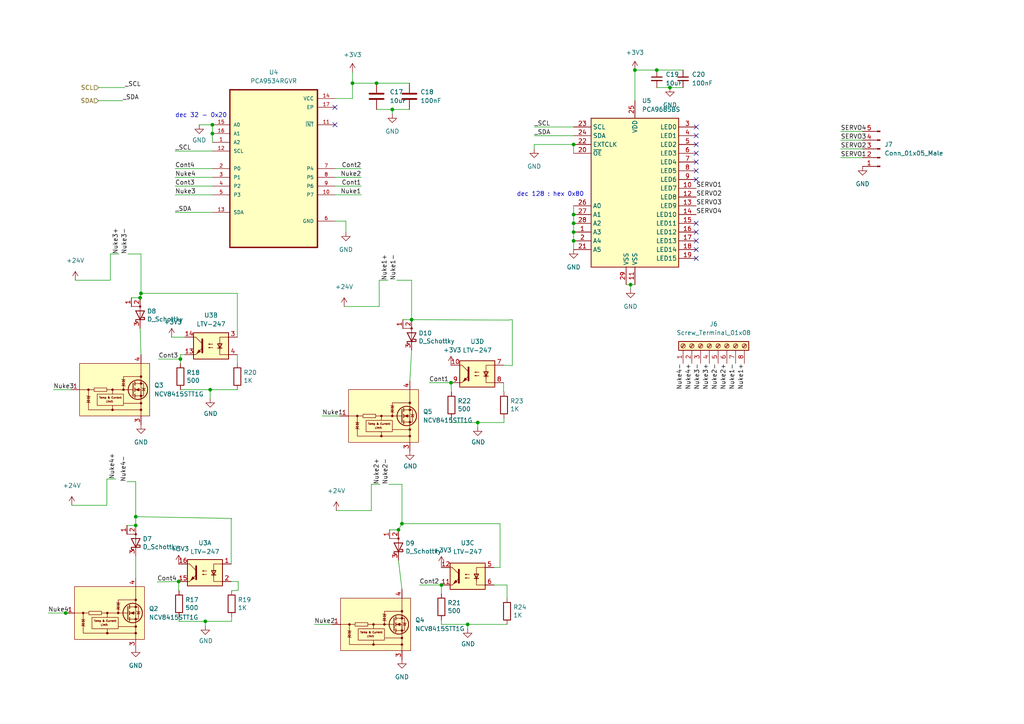
<source format=kicad_sch>
(kicad_sch (version 20230121) (generator eeschema)
  (paper "A4")
  (lib_symbols
    (symbol "Connector:Conn_01x05_Male" (pin_names (offset 1.016) hide)
      (property "Reference" "J" (at 0 7.62 0))
      (property "Value" "Conn_01x05_Male" (at 0 -7.62 0))
      (symbol "Conn_01x05_Male_1_1"
        (polyline (pts (xy 1.27 -5.08) (xy 0.8636 -5.08)) (stroke (width 0.1524)))
        (polyline (pts (xy 1.27 -2.54) (xy 0.8636 -2.54)) (stroke (width 0.1524)))
        (polyline (pts (xy 1.27 0) (xy 0.8636 0)) (stroke (width 0.1524)))
        (polyline (pts (xy 1.27 2.54) (xy 0.8636 2.54)) (stroke (width 0.1524)))
        (polyline (pts (xy 1.27 5.08) (xy 0.8636 5.08)) (stroke (width 0.1524)))
        (rectangle (start 0.8636 -4.953) (end 0 -5.207) (stroke (width 0.1524)) (fill (type outline)))
        (rectangle (start 0.8636 -2.413) (end 0 -2.667) (stroke (width 0.1524)) (fill (type outline)))
        (rectangle (start 0.8636 0.127) (end 0 -0.127) (stroke (width 0.1524)) (fill (type outline)))
        (rectangle (start 0.8636 2.667) (end 0 2.413) (stroke (width 0.1524)) (fill (type outline)))
        (rectangle (start 0.8636 5.207) (end 0 4.953) (stroke (width 0.1524)) (fill (type outline)))
        (pin passive line (at 5.08 5.08 180) (length 3.81) (name "Pin_1") (number "1"))
        (pin passive line (at 5.08 2.54 180) (length 3.81) (name "Pin_2") (number "2"))
        (pin passive line (at 5.08 0 180) (length 3.81) (name "Pin_3") (number "3"))
        (pin passive line (at 5.08 -2.54 180) (length 3.81) (name "Pin_4") (number "4"))
        (pin passive line (at 5.08 -5.08 180) (length 3.81) (name "Pin_5") (number "5"))
      )
    )
    (symbol "Connector:Screw_Terminal_01x08" (pin_names (offset 1.016) hide)
      (property "Reference" "J" (at 0 10.16 0))
      (property "Value" "Screw_Terminal_01x08" (at 0 -12.7 0))
      (symbol "Screw_Terminal_01x08_1_1"
        (rectangle (start -1.27 8.89) (end 1.27 -11.43) (stroke (width 0.254)) (fill (type background)))
        (circle (center 0 -10.16) (radius 0.635) (stroke (width 0.1524)))
        (circle (center 0 -7.62) (radius 0.635) (stroke (width 0.1524)))
        (circle (center 0 -5.08) (radius 0.635) (stroke (width 0.1524)))
        (circle (center 0 -2.54) (radius 0.635) (stroke (width 0.1524)))
        (polyline (pts (xy -0.5334 -9.8298) (xy 0.3302 -10.668)) (stroke (width 0.1524)))
        (polyline (pts (xy -0.5334 -7.2898) (xy 0.3302 -8.128)) (stroke (width 0.1524)))
        (polyline (pts (xy -0.5334 -4.7498) (xy 0.3302 -5.588)) (stroke (width 0.1524)))
        (polyline (pts (xy -0.5334 -2.2098) (xy 0.3302 -3.048)) (stroke (width 0.1524)))
        (polyline (pts (xy -0.5334 0.3302) (xy 0.3302 -0.508)) (stroke (width 0.1524)))
        (polyline (pts (xy -0.5334 2.8702) (xy 0.3302 2.032)) (stroke (width 0.1524)))
        (polyline (pts (xy -0.5334 5.4102) (xy 0.3302 4.572)) (stroke (width 0.1524)))
        (polyline (pts (xy -0.5334 7.9502) (xy 0.3302 7.112)) (stroke (width 0.1524)))
        (polyline (pts (xy -0.3556 -9.652) (xy 0.508 -10.4902)) (stroke (width 0.1524)))
        (polyline (pts (xy -0.3556 -7.112) (xy 0.508 -7.9502)) (stroke (width 0.1524)))
        (polyline (pts (xy -0.3556 -4.572) (xy 0.508 -5.4102)) (stroke (width 0.1524)))
        (polyline (pts (xy -0.3556 -2.032) (xy 0.508 -2.8702)) (stroke (width 0.1524)))
        (polyline (pts (xy -0.3556 0.508) (xy 0.508 -0.3302)) (stroke (width 0.1524)))
        (polyline (pts (xy -0.3556 3.048) (xy 0.508 2.2098)) (stroke (width 0.1524)))
        (polyline (pts (xy -0.3556 5.588) (xy 0.508 4.7498)) (stroke (width 0.1524)))
        (polyline (pts (xy -0.3556 8.128) (xy 0.508 7.2898)) (stroke (width 0.1524)))
        (circle (center 0 0) (radius 0.635) (stroke (width 0.1524)))
        (circle (center 0 2.54) (radius 0.635) (stroke (width 0.1524)))
        (circle (center 0 5.08) (radius 0.635) (stroke (width 0.1524)))
        (circle (center 0 7.62) (radius 0.635) (stroke (width 0.1524)))
        (pin passive line (at -5.08 7.62 0) (length 3.81) (name "Pin_1") (number "1"))
        (pin passive line (at -5.08 5.08 0) (length 3.81) (name "Pin_2") (number "2"))
        (pin passive line (at -5.08 2.54 0) (length 3.81) (name "Pin_3") (number "3"))
        (pin passive line (at -5.08 0 0) (length 3.81) (name "Pin_4") (number "4"))
        (pin passive line (at -5.08 -2.54 0) (length 3.81) (name "Pin_5") (number "5"))
        (pin passive line (at -5.08 -5.08 0) (length 3.81) (name "Pin_6") (number "6"))
        (pin passive line (at -5.08 -7.62 0) (length 3.81) (name "Pin_7") (number "7"))
        (pin passive line (at -5.08 -10.16 0) (length 3.81) (name "Pin_8") (number "8"))
      )
    )
    (symbol "Device:C" (pin_numbers hide) (pin_names (offset 0.254))
      (property "Reference" "C" (at 0.635 2.54 0))
      (property "Value" "C" (at 0.635 -2.54 0))
      (symbol "C_0_1"
        (polyline (pts (xy -2.032 -0.762) (xy 2.032 -0.762)) (stroke (width 0.508)))
        (polyline (pts (xy -2.032 0.762) (xy 2.032 0.762)) (stroke (width 0.508)))
      )
      (symbol "C_1_1"
        (pin passive line (at 0 3.81 270) (length 2.794) (name "~") (number "1"))
        (pin passive line (at 0 -3.81 90) (length 2.794) (name "~") (number "2"))
      )
    )
    (symbol "Device:C_Small" (pin_numbers hide) (pin_names (offset 0.254) hide)
      (property "Reference" "C" (at 0.254 1.778 0))
      (property "Value" "C_Small" (at 0.254 -2.032 0))
      (symbol "C_Small_0_1"
        (polyline (pts (xy -1.524 -0.508) (xy 1.524 -0.508)) (stroke (width 0.3302)))
        (polyline (pts (xy -1.524 0.508) (xy 1.524 0.508)) (stroke (width 0.3048)))
      )
      (symbol "C_Small_1_1"
        (pin passive line (at 0 2.54 270) (length 2.032) (name "~") (number "1"))
        (pin passive line (at 0 -2.54 90) (length 2.032) (name "~") (number "2"))
      )
    )
    (symbol "Device:D_Schottky_AAK" (pin_names (offset 0) hide)
      (property "Reference" "D" (at 0 2.54 0))
      (property "Value" "D_Schottky_AAK" (at 0 -2.54 0))
      (symbol "D_Schottky_AAK_0_1"
        (polyline (pts (xy 1.27 1.27) (xy 1.27 -1.27) (xy -1.27 0) (xy 1.27 1.27)) (stroke (width 0.254)))
        (polyline (pts (xy 3.81 2.54) (xy 2.54 2.54) (xy 2.54 0) (xy -1.27 0)))
        (polyline (pts (xy -1.905 0.635) (xy -1.905 1.27) (xy -1.27 1.27) (xy -1.27 -1.27) (xy -0.635 -1.27) (xy -0.635 -0.635)) (stroke (width 0.254)))
        (circle (center 2.54 0) (radius 0.254) (fill (type outline)))
      )
      (symbol "D_Schottky_AAK_1_1"
        (pin passive line (at 5.08 2.54 180) (length 2.54) (name "A") (number "1"))
        (pin passive line (at 5.08 0 180) (length 2.54) (name "A") (number "2"))
        (pin passive line (at -3.81 0 0) (length 2.54) (name "K") (number "3"))
      )
    )
    (symbol "Device:R" (pin_numbers hide) (pin_names (offset 0))
      (property "Reference" "R" (at 2.032 0 90))
      (property "Value" "R" (at 0 0 90))
      (symbol "R_0_1"
        (rectangle (start -1.016 -2.54) (end 1.016 2.54) (stroke (width 0.254)))
      )
      (symbol "R_1_1"
        (pin passive line (at 0 3.81 270) (length 1.27) (name "~") (number "1"))
        (pin passive line (at 0 -3.81 90) (length 1.27) (name "~") (number "2"))
      )
    )
    (symbol "Driver_FET:NCV8402xST" (pin_names (offset 0) hide)
      (property "Reference" "Q" (at 5.08 8.89 0))
      (property "Value" "NCV8402xST" (at -11.43 8.89 0))
      (symbol "NCV8402xST_0_0"
        (rectangle (start -10.16 7.62) (end 10.16 -7.62) (fill (type background)))
        (rectangle (start -5.969 0.508) (end -2.286 -0.508))
        (polyline (pts (xy 7.62 2.54) (xy 7.62 -7.62)))
        (polyline (pts (xy 7.62 2.54) (xy 7.62 7.62)))
        (polyline (pts (xy -0.635 -1.27) (xy -0.635 -0.635) (xy -0.635 0)))
        (polyline (pts (xy 2.54 0) (xy -2.286 0) (xy -0.889 0)))
        (polyline (pts (xy 2.54 0) (xy 2.54 3.81) (xy 7.62 3.81)))
        (polyline (pts (xy 7.62 -5.842) (xy -0.635 -5.842) (xy -0.635 -4.572)))
        (polyline (pts (xy -0.635 -5.842) (xy -7.62 -5.842) (xy -7.62 0) (xy -6.096 0)))
        (text "Limit" (at -1.524 -3.429 0) (effects (font (size 0.5334 0.5334))))
        (text "Temp & Current" (at -1.27 -2.286 0) (effects (font (size 0.5334 0.5334))))
      )
      (symbol "NCV8402xST_0_1"
        (rectangle (start -5.08 -1.27) (end 2.54 -4.572))
        (polyline (pts (xy -7.62 0) (xy -10.16 0)))
        (polyline (pts (xy 7.62 -3.937) (xy 2.667 -3.937)))
      )
      (symbol "NCV8402xST_1_1"
        (circle (center -7.62 0) (radius 0.2794) (fill (type outline)))
        (circle (center -0.635 -5.842) (radius 0.2794) (fill (type outline)))
        (circle (center -0.635 0) (radius 0.2794) (fill (type outline)))
        (polyline (pts (xy 2.54 0) (xy 5.334 0)))
        (polyline (pts (xy 5.842 -1.778) (xy 7.62 -1.778)))
        (polyline (pts (xy 5.842 -1.27) (xy 5.842 -2.286)) (stroke (width 0.254)))
        (polyline (pts (xy 5.842 0) (xy 7.62 0)))
        (polyline (pts (xy 5.842 0.508) (xy 5.842 -0.508)) (stroke (width 0.254)))
        (polyline (pts (xy 5.842 1.778) (xy 7.62 1.778)))
        (polyline (pts (xy 5.842 2.286) (xy 5.842 1.27)) (stroke (width 0.254)))
        (polyline (pts (xy 7.62 -1.778) (xy 7.62 -2.54)))
        (polyline (pts (xy 7.62 -1.778) (xy 7.62 0)))
        (polyline (pts (xy 7.62 2.54) (xy 7.62 1.778)))
        (polyline (pts (xy 5.334 1.905) (xy 5.334 -1.905) (xy 5.334 -1.905)) (stroke (width 0.254)))
        (polyline (pts (xy -8.128 -1.778) (xy -8.001 -1.905) (xy -7.239 -1.905) (xy -7.112 -2.032)))
        (polyline (pts (xy -7.62 -3.683) (xy -7.239 -3.048) (xy -8.001 -3.048) (xy -7.62 -3.683)))
        (polyline (pts (xy -7.62 -1.905) (xy -8.001 -2.54) (xy -7.239 -2.54) (xy -7.62 -1.905)))
        (polyline (pts (xy -7.112 -3.81) (xy -7.239 -3.683) (xy -8.001 -3.683) (xy -8.128 -3.556)))
        (polyline (pts (xy 2.032 3.048) (xy 2.159 2.921) (xy 2.921 2.921) (xy 3.048 2.794)))
        (polyline (pts (xy 2.54 1.143) (xy 2.921 1.778) (xy 2.159 1.778) (xy 2.54 1.143)))
        (polyline (pts (xy 2.54 2.921) (xy 2.159 2.286) (xy 2.921 2.286) (xy 2.54 2.921)))
        (polyline (pts (xy 3.048 1.016) (xy 2.921 1.143) (xy 2.159 1.143) (xy 2.032 1.27)))
        (polyline (pts (xy 6.096 0) (xy 7.112 0.381) (xy 7.112 -0.381) (xy 6.096 0)) (fill (type outline)))
        (polyline (pts (xy 7.62 -1.778) (xy 8.382 -1.778) (xy 8.382 1.778) (xy 7.62 1.778)))
        (polyline (pts (xy 7.874 0.508) (xy 8.001 0.381) (xy 8.763 0.381) (xy 8.89 0.254)))
        (polyline (pts (xy 8.382 0.381) (xy 8.001 -0.254) (xy 8.763 -0.254) (xy 8.382 0.381)))
        (circle (center 2.54 0) (radius 0.2794) (fill (type outline)))
        (circle (center 6.731 0) (radius 2.8194) (stroke (width 0.254)))
        (circle (center 7.62 -5.842) (radius 0.2794) (fill (type outline)))
        (circle (center 7.62 -3.937) (radius 0.2794) (fill (type outline)))
        (circle (center 7.62 -1.778) (radius 0.2794) (fill (type outline)))
        (circle (center 7.62 1.778) (radius 0.2794) (fill (type outline)))
        (circle (center 7.62 3.81) (radius 0.2794) (fill (type outline)))
        (pin input line (at -12.7 0 0) (length 2.54) (name "G") (number "1"))
        (pin passive line (at 7.62 10.16 270) (length 2.54) hide (name "D") (number "2"))
        (pin passive line (at 7.62 -10.16 90) (length 2.54) (name "S") (number "3"))
        (pin passive line (at 7.62 10.16 270) (length 2.54) (name "D") (number "4"))
      )
    )
    (symbol "Driver_LED:PCA9685BS"
      (property "Reference" "U" (at -12.7 22.225 0))
      (property "Value" "PCA9685BS" (at 1.27 22.225 0))
      (symbol "PCA9685BS_0_1"
        (rectangle (start -12.7 20.32) (end 12.7 -22.86) (stroke (width 0.254)) (fill (type background)))
      )
      (symbol "PCA9685BS_1_1"
        (pin input line (at -17.78 -12.7 0) (length 5.08) (name "A3") (number "1"))
        (pin output line (at 17.78 0 180) (length 5.08) (name "LED7") (number "10"))
        (pin power_in line (at 0 -27.94 90) (length 5.08) (name "VSS") (number "11"))
        (pin output line (at 17.78 -2.54 180) (length 5.08) (name "LED8") (number "12"))
        (pin output line (at 17.78 -5.08 180) (length 5.08) (name "LED9") (number "13"))
        (pin output line (at 17.78 -7.62 180) (length 5.08) (name "LED10") (number "14"))
        (pin output line (at 17.78 -10.16 180) (length 5.08) (name "LED11") (number "15"))
        (pin output line (at 17.78 -12.7 180) (length 5.08) (name "LED12") (number "16"))
        (pin output line (at 17.78 -15.24 180) (length 5.08) (name "LED13") (number "17"))
        (pin output line (at 17.78 -17.78 180) (length 5.08) (name "LED14") (number "18"))
        (pin output line (at 17.78 -20.32 180) (length 5.08) (name "LED15") (number "19"))
        (pin input line (at -17.78 -15.24 0) (length 5.08) (name "A4") (number "2"))
        (pin input line (at -17.78 10.16 0) (length 5.08) (name "~{OE}") (number "20"))
        (pin input line (at -17.78 -17.78 0) (length 5.08) (name "A5") (number "21"))
        (pin input line (at -17.78 12.7 0) (length 5.08) (name "EXTCLK") (number "22"))
        (pin input line (at -17.78 17.78 0) (length 5.08) (name "SCL") (number "23"))
        (pin bidirectional line (at -17.78 15.24 0) (length 5.08) (name "SDA") (number "24"))
        (pin power_in line (at 0 25.4 270) (length 5.08) (name "VDD") (number "25"))
        (pin input line (at -17.78 -5.08 0) (length 5.08) (name "A0") (number "26"))
        (pin input line (at -17.78 -7.62 0) (length 5.08) (name "A1") (number "27"))
        (pin input line (at -17.78 -10.16 0) (length 5.08) (name "A2") (number "28"))
        (pin power_in line (at -2.54 -27.94 90) (length 5.08) (name "VSS") (number "29"))
        (pin output line (at 17.78 17.78 180) (length 5.08) (name "LED0") (number "3"))
        (pin output line (at 17.78 15.24 180) (length 5.08) (name "LED1") (number "4"))
        (pin output line (at 17.78 12.7 180) (length 5.08) (name "LED2") (number "5"))
        (pin output line (at 17.78 10.16 180) (length 5.08) (name "LED3") (number "6"))
        (pin output line (at 17.78 7.62 180) (length 5.08) (name "LED4") (number "7"))
        (pin output line (at 17.78 5.08 180) (length 5.08) (name "LED5") (number "8"))
        (pin output line (at 17.78 2.54 180) (length 5.08) (name "LED6") (number "9"))
      )
    )
    (symbol "Isolator:LTV-247"
      (property "Reference" "U" (at -5.08 5.08 0))
      (property "Value" "LTV-247" (at 0 5.08 0))
      (symbol "LTV-247_0_1"
        (rectangle (start -5.08 3.81) (end 5.08 -3.81) (stroke (width 0.254)) (fill (type background)))
        (polyline (pts (xy -3.175 -0.635) (xy -1.905 -0.635)) (stroke (width 0.254)))
        (polyline (pts (xy 2.54 0.635) (xy 4.445 2.54)))
        (polyline (pts (xy 4.445 -2.54) (xy 2.54 -0.635)) (fill (type outline)))
        (polyline (pts (xy 4.445 -2.54) (xy 5.08 -2.54)))
        (polyline (pts (xy 4.445 2.54) (xy 5.08 2.54)))
        (polyline (pts (xy -2.54 -0.635) (xy -2.54 -2.54) (xy -5.08 -2.54)))
        (polyline (pts (xy 2.54 1.905) (xy 2.54 -1.905) (xy 2.54 -1.905)) (stroke (width 0.508)))
        (polyline (pts (xy -5.08 2.54) (xy -2.54 2.54) (xy -2.54 -1.27) (xy -2.54 0.635)))
        (polyline (pts (xy -2.54 -0.635) (xy -3.175 0.635) (xy -1.905 0.635) (xy -2.54 -0.635)) (stroke (width 0.254)))
        (polyline (pts (xy -0.508 -0.508) (xy 0.762 -0.508) (xy 0.381 -0.635) (xy 0.381 -0.381) (xy 0.762 -0.508)))
        (polyline (pts (xy -0.508 0.508) (xy 0.762 0.508) (xy 0.381 0.381) (xy 0.381 0.635) (xy 0.762 0.508)))
        (polyline (pts (xy 3.048 -1.651) (xy 3.556 -1.143) (xy 4.064 -2.159) (xy 3.048 -1.651) (xy 3.048 -1.651)) (fill (type outline)))
      )
      (symbol "LTV-247_1_1"
        (pin passive line (at -7.62 2.54 0) (length 2.54) (name "~") (number "1"))
        (pin passive line (at 7.62 -2.54 180) (length 2.54) (name "~") (number "15"))
        (pin passive line (at 7.62 2.54 180) (length 2.54) (name "~") (number "16"))
        (pin passive line (at -7.62 -2.54 0) (length 2.54) (name "~") (number "2"))
      )
      (symbol "LTV-247_2_1"
        (pin passive line (at 7.62 -2.54 180) (length 2.54) (name "~") (number "13"))
        (pin passive line (at 7.62 2.54 180) (length 2.54) (name "~") (number "14"))
        (pin passive line (at -7.62 2.54 0) (length 2.54) (name "~") (number "3"))
        (pin passive line (at -7.62 -2.54 0) (length 2.54) (name "~") (number "4"))
      )
      (symbol "LTV-247_3_1"
        (pin passive line (at 7.62 -2.54 180) (length 2.54) (name "~") (number "11"))
        (pin passive line (at 7.62 2.54 180) (length 2.54) (name "~") (number "12"))
        (pin passive line (at -7.62 2.54 0) (length 2.54) (name "~") (number "5"))
        (pin passive line (at -7.62 -2.54 0) (length 2.54) (name "~") (number "6"))
      )
      (symbol "LTV-247_4_1"
        (pin passive line (at 7.62 2.54 180) (length 2.54) (name "~") (number "10"))
        (pin passive line (at -7.62 2.54 0) (length 2.54) (name "~") (number "7"))
        (pin passive line (at -7.62 -2.54 0) (length 2.54) (name "~") (number "8"))
        (pin passive line (at 7.62 -2.54 180) (length 2.54) (name "~") (number "9"))
      )
    )
    (symbol "iclr:PCA9534RGVR" (pin_names (offset 1.016))
      (property "Reference" "U" (at -12.7 23.8506 0))
      (property "Value" "PCA9534RGVR" (at -12.7 -26.8478 0))
      (symbol "PCA9534RGVR_0_0"
        (rectangle (start -12.7 -22.86) (end 12.7 22.86) (stroke (width 0.4064)) (fill (type background)))
        (pin input line (at -17.78 7.62 0) (length 5.08) (name "A2") (number "1"))
        (pin bidirectional line (at 17.78 -7.62 180) (length 5.08) (name "P7") (number "10"))
        (pin output line (at 17.78 12.7 180) (length 5.08) (name "~{INT}") (number "11"))
        (pin input line (at -17.78 5.08 0) (length 5.08) (name "SCL") (number "12"))
        (pin bidirectional line (at -17.78 -12.7 0) (length 5.08) (name "SDA") (number "13"))
        (pin power_in line (at 17.78 20.32 180) (length 5.08) (name "VCC") (number "14"))
        (pin input line (at -17.78 12.7 0) (length 5.08) (name "A0") (number "15"))
        (pin input line (at -17.78 10.16 0) (length 5.08) (name "A1") (number "16"))
        (pin power_in line (at 17.78 17.78 180) (length 5.08) (name "EP") (number "17"))
        (pin bidirectional line (at -17.78 0 0) (length 5.08) (name "P0") (number "2"))
        (pin bidirectional line (at -17.78 -2.54 0) (length 5.08) (name "P1") (number "3"))
        (pin bidirectional line (at -17.78 -5.08 0) (length 5.08) (name "P2") (number "4"))
        (pin bidirectional line (at -17.78 -7.62 0) (length 5.08) (name "P3") (number "5"))
        (pin power_in line (at 17.78 -15.24 180) (length 5.08) (name "GND") (number "6"))
        (pin bidirectional line (at 17.78 0 180) (length 5.08) (name "P4") (number "7"))
        (pin bidirectional line (at 17.78 -2.54 180) (length 5.08) (name "P5") (number "8"))
        (pin bidirectional line (at 17.78 -5.08 180) (length 5.08) (name "P6") (number "9"))
      )
    )
    (symbol "power:+24V" (power) (pin_names (offset 0))
      (property "Value" "+24V" (at 0 3.556 0))
      (symbol "+24V_0_1"
        (polyline (pts (xy -0.762 1.27) (xy 0 2.54)))
        (polyline (pts (xy 0 0) (xy 0 2.54)))
        (polyline (pts (xy 0 2.54) (xy 0.762 1.27)))
      )
      (symbol "+24V_1_1"
        (pin power_in line (at 0 0 90) (length 0) hide (name "+24V") (number "1"))
      )
    )
    (symbol "power:+3.3V" (power) (pin_names (offset 0))
      (property "Value" "+3.3V" (at 0 3.556 0))
      (symbol "+3.3V_0_1"
        (polyline (pts (xy -0.762 1.27) (xy 0 2.54)))
        (polyline (pts (xy 0 0) (xy 0 2.54)))
        (polyline (pts (xy 0 2.54) (xy 0.762 1.27)))
      )
      (symbol "+3.3V_1_1"
        (pin power_in line (at 0 0 90) (length 0) hide (name "+3V3") (number "1"))
      )
    )
    (symbol "power:+3V3" (power) (pin_names (offset 0))
      (property "Value" "+3V3" (at 0 3.556 0))
      (symbol "+3V3_0_1"
        (polyline (pts (xy -0.762 1.27) (xy 0 2.54)))
        (polyline (pts (xy 0 0) (xy 0 2.54)))
        (polyline (pts (xy 0 2.54) (xy 0.762 1.27)))
      )
      (symbol "+3V3_1_1"
        (pin power_in line (at 0 0 90) (length 0) hide (name "+3V3") (number "1"))
      )
    )
    (symbol "power:GND" (power) (pin_names (offset 0))
      (property "Value" "GND" (at 0 -3.81 0))
      (symbol "GND_0_1"
        (polyline (pts (xy 0 0) (xy 0 -1.27) (xy 1.27 -1.27) (xy 0 -2.54) (xy -1.27 -1.27) (xy 0 -1.27)))
      )
      (symbol "GND_1_1"
        (pin power_in line (at 0 0 270) (length 0) hide (name "GND") (number "1"))
      )
    )
  )
  (junction (at 61.595 36.195))
  (junction (at 116.586 151.892))
  (junction (at 115.57 153.67))
  (junction (at 130.81 110.998))
  (junction (at 40.64 86.36))
  (junction (at 182.88 82.55))
  (junction (at 113.792 31.75))
  (junction (at 166.37 62.23))
  (junction (at 59.563 180.213))
  (junction (at 166.37 41.91))
  (junction (at 119.38 92.71))
  (junction (at 52.324 104.14))
  (junction (at 135.636 181.102))
  (junction (at 39.37 152.4))
  (junction (at 109.22 24.13))
  (junction (at 51.816 168.656))
  (junction (at 60.96 113.03))
  (junction (at 184.15 20.32))
  (junction (at 39.37 149.86))
  (junction (at 166.37 67.31))
  (junction (at 194.31 25.4))
  (junction (at 102.235 24.13))
  (junction (at 61.595 38.735))
  (junction (at 166.37 69.85))
  (junction (at 19.05 177.8))
  (junction (at 138.557 122.555))
  (junction (at 166.37 64.77))
  (junction (at 190.5 20.32))
  (junction (at 128.016 169.672))
  (junction (at 40.894 85.09))
  (no_connect (at 201.93 74.93))
  (no_connect (at 97.155 31.115))
  (no_connect (at 201.93 39.37))
  (no_connect (at 201.93 52.07))
  (no_connect (at 97.155 36.195))
  (no_connect (at 201.93 49.53))
  (no_connect (at 201.93 67.31))
  (no_connect (at 201.93 36.83))
  (no_connect (at 201.93 44.45))
  (no_connect (at 201.93 46.99))
  (no_connect (at 201.93 64.77))
  (no_connect (at 201.93 69.85))
  (no_connect (at 201.93 41.91))
  (no_connect (at 201.93 72.39))
  (wire (pts (xy 107.696 140.462) (xy 107.696 148.082)))
  (wire (pts (xy 97.155 56.515) (xy 104.775 56.515)))
  (wire (pts (xy 109.22 31.75) (xy 113.792 31.75)))
  (wire (pts (xy 116.586 140.462) (xy 112.776 140.462)))
  (wire (pts (xy 34.544 73.66) (xy 32.004 73.66)))
  (wire (pts (xy 130.81 110.998) (xy 124.46 110.998)))
  (wire (pts (xy 135.636 181.102) (xy 135.636 182.372)))
  (wire (pts (xy 146.177 122.555) (xy 138.557 122.555)))
  (wire (pts (xy 59.563 180.213) (xy 59.563 181.483)))
  (wire (pts (xy 115.57 153.67) (xy 116.586 151.892)))
  (wire (pts (xy 166.37 67.31) (xy 166.37 69.85)))
  (wire (pts (xy 184.15 20.32) (xy 184.15 29.21)))
  (wire (pts (xy 250.19 45.72) (xy 243.84 45.72)))
  (wire (pts (xy 181.61 82.55) (xy 182.88 82.55)))
  (wire (pts (xy 69.088 171.196) (xy 67.183 171.323)))
  (wire (pts (xy 51.943 178.943) (xy 51.943 180.213)))
  (wire (pts (xy 97.155 53.975) (xy 104.775 53.975)))
  (wire (pts (xy 67.056 150.495) (xy 67.183 150.368)))
  (wire (pts (xy 97.155 51.435) (xy 104.775 51.435)))
  (wire (pts (xy 135.636 181.102) (xy 147.066 181.102)))
  (wire (pts (xy 40.894 73.66) (xy 37.084 73.66)))
  (wire (pts (xy 57.785 36.195) (xy 61.595 36.195)))
  (wire (pts (xy 146.05 113.538) (xy 146.177 113.665)))
  (wire (pts (xy 40.64 95.25) (xy 40.894 102.87)))
  (wire (pts (xy 100.33 64.135) (xy 100.33 67.31)))
  (wire (pts (xy 39.37 149.86) (xy 39.37 152.4)))
  (wire (pts (xy 119.38 92.71) (xy 147.447 92.837)))
  (wire (pts (xy 39.37 161.29) (xy 39.37 167.64)))
  (wire (pts (xy 60.96 113.03) (xy 60.96 115.57)))
  (wire (pts (xy 116.84 92.71) (xy 119.38 92.71)))
  (wire (pts (xy 50.8 43.815) (xy 61.595 43.815)))
  (wire (pts (xy 69.088 171.196) (xy 69.088 168.656)))
  (wire (pts (xy 166.37 41.91) (xy 166.37 44.45)))
  (wire (pts (xy 147.066 173.482) (xy 147.066 169.672)))
  (wire (pts (xy 28.575 29.21) (xy 35.56 29.21)))
  (wire (pts (xy 190.5 25.4) (xy 194.31 25.4)))
  (wire (pts (xy 116.586 140.462) (xy 116.586 151.892)))
  (wire (pts (xy 130.937 121.285) (xy 130.937 122.555)))
  (wire (pts (xy 109.22 24.13) (xy 102.235 24.13)))
  (wire (pts (xy 102.235 20.955) (xy 102.235 24.13)))
  (wire (pts (xy 39.37 149.86) (xy 67.183 150.368)))
  (wire (pts (xy 50.8 53.975) (xy 61.595 53.975)))
  (wire (pts (xy 128.016 179.832) (xy 128.016 181.102)))
  (wire (pts (xy 67.183 180.213) (xy 59.563 180.213)))
  (wire (pts (xy 182.88 82.55) (xy 184.15 82.55)))
  (wire (pts (xy 130.937 122.555) (xy 138.557 122.555)))
  (wire (pts (xy 110.236 140.462) (xy 107.696 140.462)))
  (wire (pts (xy 39.37 139.7) (xy 36.83 139.7)))
  (wire (pts (xy 52.324 113.03) (xy 60.96 113.03)))
  (wire (pts (xy 13.97 177.8) (xy 19.05 177.8)))
  (wire (pts (xy 40.894 85.09) (xy 68.834 85.09)))
  (wire (pts (xy 51.943 180.213) (xy 59.563 180.213)))
  (wire (pts (xy 147.066 169.672) (xy 143.256 169.672)))
  (wire (pts (xy 102.235 28.575) (xy 97.155 28.575)))
  (wire (pts (xy 40.894 73.66) (xy 40.894 85.09)))
  (wire (pts (xy 20.828 146.558) (xy 30.988 146.558)))
  (wire (pts (xy 67.056 150.495) (xy 67.056 163.576)))
  (wire (pts (xy 138.557 122.555) (xy 138.557 123.825)))
  (wire (pts (xy 50.8 48.895) (xy 61.595 48.895)))
  (wire (pts (xy 68.834 105.41) (xy 68.834 102.87)))
  (wire (pts (xy 113.792 31.75) (xy 113.792 33.02)))
  (wire (pts (xy 146.177 121.285) (xy 146.177 122.555)))
  (wire (pts (xy 38.1 86.36) (xy 40.64 86.36)))
  (wire (pts (xy 184.15 20.32) (xy 190.5 20.32)))
  (wire (pts (xy 21.844 81.28) (xy 32.004 81.28)))
  (wire (pts (xy 250.19 40.64) (xy 243.84 40.64)))
  (wire (pts (xy 182.88 82.55) (xy 182.88 83.82)))
  (wire (pts (xy 145.034 164.592) (xy 143.256 164.592)))
  (wire (pts (xy 148.59 106.045) (xy 146.05 105.918)))
  (wire (pts (xy 119.38 81.28) (xy 119.38 92.71)))
  (wire (pts (xy 30.988 138.938) (xy 30.988 146.558)))
  (wire (pts (xy 97.536 148.082) (xy 107.696 148.082)))
  (wire (pts (xy 50.8 56.515) (xy 61.595 56.515)))
  (wire (pts (xy 128.016 181.102) (xy 135.636 181.102)))
  (wire (pts (xy 69.088 168.656) (xy 67.056 168.656)))
  (wire (pts (xy 166.37 59.69) (xy 166.37 62.23)))
  (wire (pts (xy 61.595 36.195) (xy 61.595 38.735)))
  (wire (pts (xy 250.19 38.1) (xy 243.84 38.1)))
  (wire (pts (xy 28.575 25.4) (xy 36.195 25.4)))
  (wire (pts (xy 154.94 39.37) (xy 166.37 39.37)))
  (wire (pts (xy 32.004 73.66) (xy 32.004 81.28)))
  (wire (pts (xy 99.822 88.9) (xy 109.982 88.9)))
  (wire (pts (xy 148.59 92.71) (xy 147.447 92.837)))
  (wire (pts (xy 50.8 61.595) (xy 61.595 61.595)))
  (wire (pts (xy 116.586 151.892) (xy 145.034 151.892)))
  (wire (pts (xy 128.016 172.212) (xy 128.016 169.672)))
  (wire (pts (xy 97.155 48.895) (xy 104.775 48.895)))
  (wire (pts (xy 20.574 113.03) (xy 15.494 113.03)))
  (wire (pts (xy 190.5 20.32) (xy 198.12 20.32)))
  (wire (pts (xy 40.64 86.36) (xy 40.894 85.09)))
  (wire (pts (xy 49.784 97.79) (xy 53.594 97.79)))
  (wire (pts (xy 154.94 36.83) (xy 166.37 36.83)))
  (wire (pts (xy 52.324 104.14) (xy 45.974 104.14)))
  (wire (pts (xy 166.37 64.77) (xy 166.37 67.31)))
  (wire (pts (xy 91.186 181.102) (xy 96.266 181.102)))
  (wire (pts (xy 50.8 51.435) (xy 61.595 51.435)))
  (wire (pts (xy 146.05 113.538) (xy 146.05 110.998)))
  (wire (pts (xy 194.31 25.4) (xy 198.12 25.4)))
  (wire (pts (xy 61.595 38.735) (xy 61.595 41.275)))
  (wire (pts (xy 98.552 120.65) (xy 93.472 120.65)))
  (wire (pts (xy 145.034 164.592) (xy 145.034 151.892)))
  (wire (pts (xy 33.528 138.938) (xy 30.988 138.938)))
  (wire (pts (xy 166.37 62.23) (xy 166.37 64.77)))
  (wire (pts (xy 113.792 31.75) (xy 118.745 31.75)))
  (wire (pts (xy 115.57 162.56) (xy 116.586 170.942)))
  (wire (pts (xy 36.83 152.4) (xy 39.37 152.4)))
  (wire (pts (xy 128.016 164.592) (xy 128.016 163.957)))
  (wire (pts (xy 109.982 81.28) (xy 109.982 88.9)))
  (wire (pts (xy 166.37 69.85) (xy 166.37 72.39)))
  (wire (pts (xy 109.22 24.13) (xy 118.745 24.13)))
  (wire (pts (xy 39.37 139.7) (xy 39.37 149.86)))
  (wire (pts (xy 112.522 81.28) (xy 109.982 81.28)))
  (wire (pts (xy 250.19 43.18) (xy 243.84 43.18)))
  (wire (pts (xy 148.59 92.71) (xy 148.59 106.045)))
  (wire (pts (xy 115.062 81.28) (xy 119.38 81.28)))
  (wire (pts (xy 67.183 178.943) (xy 67.183 180.213)))
  (wire (pts (xy 52.324 105.41) (xy 52.324 104.14)))
  (wire (pts (xy 166.37 41.91) (xy 154.94 41.91)))
  (wire (pts (xy 51.816 168.656) (xy 45.593 168.783)))
  (wire (pts (xy 102.235 24.13) (xy 102.235 28.575)))
  (wire (pts (xy 68.834 85.09) (xy 68.834 97.79)))
  (wire (pts (xy 51.816 171.196) (xy 51.943 171.323)))
  (wire (pts (xy 60.96 113.03) (xy 68.834 113.03)))
  (wire (pts (xy 154.94 41.91) (xy 154.94 43.18)))
  (wire (pts (xy 130.937 113.665) (xy 130.81 110.998)))
  (wire (pts (xy 113.03 153.67) (xy 115.57 153.67)))
  (wire (pts (xy 52.324 102.87) (xy 52.324 104.14)))
  (wire (pts (xy 119.38 101.6) (xy 118.872 110.49)))
  (wire (pts (xy 97.155 64.135) (xy 100.33 64.135)))
  (wire (pts (xy 19.05 177.8) (xy 20.32 177.8)))
  (wire (pts (xy 51.816 171.196) (xy 51.816 168.656)))
  (wire (pts (xy 53.594 102.87) (xy 52.324 102.87)))
  (wire (pts (xy 128.016 169.672) (xy 121.666 169.672)))
  (text "dec 32 - 0x20" (at 50.8 34.29 0) (effects (font (size 1.27 1.27)) (justify left bottom)))
  (text "dec 128 : hex 0x80\n" (at 149.86 57.15 0) (effects (font (size 1.27 1.27)) (justify left bottom)))
  (label "Nuke4" (at 13.97 177.8 0))
  (label "SERVO1" (at 243.84 45.72 0))
  (label "Cont2" (at 104.775 48.895 180))
  (label "Nuke3+" (at 34.544 73.66 90))
  (label "Nuke4+" (at 33.528 138.938 90))
  (label "Nuke3" (at 50.8 56.515 0))
  (label "Nuke2" (at 104.775 51.435 180))
  (label "SERVO2" (at 243.84 43.18 0))
  (label "Nuke3-" (at 203.2 105.41 270))
  (label "Nuke3+" (at 205.74 105.41 270))
  (label "_SCL" (at 154.94 36.83 0))
  (label "Nuke1-" (at 115.062 81.28 90))
  (label "Nuke2-" (at 208.28 105.41 270))
  (label "Nuke3-" (at 37.084 73.66 90))
  (label "SERVO3" (at 201.93 59.69 0))
  (label "Cont4" (at 45.593 168.783 0))
  (label "Cont1" (at 124.46 110.998 0))
  (label "Cont1" (at 104.775 53.975 180))
  (label "Nuke1+" (at 112.522 81.28 90))
  (label "SERVO2" (at 201.93 57.15 0))
  (label "SERVO3" (at 243.84 40.64 0))
  (label "Nuke1" (at 93.472 120.65 0))
  (label "Nuke2-" (at 112.776 140.462 90))
  (label "Nuke2+" (at 210.82 105.41 270))
  (label "_SDA" (at 154.94 39.37 0))
  (label "Cont3" (at 50.8 53.975 0))
  (label "Nuke1-" (at 213.36 105.41 270))
  (label "SERVO4" (at 243.84 38.1 0))
  (label "Nuke4-" (at 198.12 105.41 270))
  (label "Nuke4-" (at 36.83 139.7 90))
  (label "Nuke3" (at 15.494 113.03 0))
  (label "Cont3" (at 45.974 104.14 0))
  (label "Cont4" (at 50.8 48.895 0))
  (label "_SCL" (at 50.8 43.815 0))
  (label "_SCL" (at 36.195 25.4 0))
  (label "SERVO4" (at 201.93 62.23 0))
  (label "Nuke1+" (at 215.9 105.41 270))
  (label "Nuke1" (at 104.775 56.515 180))
  (label "Nuke4" (at 50.8 51.435 0))
  (label "Nuke2" (at 91.186 181.102 0))
  (label "_SDA" (at 35.56 29.21 0))
  (label "Cont2" (at 121.666 169.672 0))
  (label "SERVO1" (at 201.93 54.61 0))
  (label "Nuke4+" (at 200.66 105.41 270))
  (label "_SDA" (at 50.8 61.595 0))
  (label "Nuke2+" (at 110.236 140.462 90))
  (hierarchical_label "SDA" (shape input) (at 28.575 29.21 180))
  (hierarchical_label "SCL" (shape input) (at 28.575 25.4 180))
  (symbol (lib_id "power:GND") (at 60.96 115.57 0) (unit 1)
    (property "Reference" "#PWR050" (effects hide))
    (property "Value" "GND" (at 61.087 119.9642 0))
  )
  (symbol (lib_id "Device:R") (at 67.183 175.133 0) (unit 1)
    (property "Reference" "R19" (at 68.961 173.9646 0) (effects (justify left)))
    (property "Value" "1K" (at 68.961 176.276 0) (effects (justify left)))
    (property "Footprint" "Resistor_SMD:R_0603_1608Metric" (effects hide))
  )
  (symbol (lib_id "iclr:PCA9534RGVR") (at 79.375 48.895 0) (unit 1)
    (property "Reference" "U4" (at 79.375 20.955 0))
    (property "Value" "PCA9534RGVR" (at 79.375 23.495 0))
    (property "Footprint" "iclr:QFN65P400X400X100-17N" (effects hide))
  )
  (symbol (lib_id "power:+3.3V") (at 184.15 20.32 0) (unit 1)
    (property "Reference" "#PWR065" (effects hide))
    (property "Value" "+3.3V" (at 184.15 15.24 0))
  )
  (symbol (lib_id "Device:C_Small") (at 190.5 22.86 0) (unit 1)
    (property "Reference" "C19" (at 193.04 21.5962 0) (effects (justify left)))
    (property "Value" "10uF" (at 193.04 24.1362 0) (effects (justify left)))
    (property "Footprint" "Capacitor_SMD:C_0402_1005Metric" (effects hide))
  )
  (symbol (lib_id "Device:R") (at 130.937 117.475 0) (unit 1)
    (property "Reference" "R22" (at 132.715 116.3066 0) (effects (justify left)))
    (property "Value" "500" (at 132.715 118.618 0) (effects (justify left)))
    (property "Footprint" "Resistor_SMD:R_0402_1005Metric" (effects hide))
  )
  (symbol (lib_id "power:GND") (at 250.19 48.26 0) (unit 1)
    (property "Reference" "#PWR067" (effects hide))
    (property "Value" "GND" (at 250.19 53.34 0))
  )
  (symbol (lib_id "Device:C") (at 118.745 27.94 0) (unit 1)
    (property "Reference" "C18" (at 121.92 26.6699 0) (effects (justify left)))
    (property "Value" "100nF" (at 121.92 29.2099 0) (effects (justify left)))
    (property "Footprint" "Capacitor_SMD:C_0402_1005Metric" (effects hide))
  )
  (symbol (lib_id "Isolator:LTV-247") (at 61.214 100.33 0) (mirror y) (unit 2)
    (property "Reference" "U3" (at 61.214 91.44 0))
    (property "Value" "LTV-247" (at 61.214 93.98 0))
    (property "Footprint" "Package_SO:SOP-16_4.4x10.4mm_P1.27mm" (effects hide))
    (property "Datasheet" "http://optoelectronics.liteon.com/upload/download/DS70-2009-0014/LTV-2X7%20sereis%20Mar17.PDF" (effects hide))
  )
  (symbol (lib_id "power:GND") (at 39.37 187.96 0) (unit 1)
    (property "Reference" "#PWR044" (effects hide))
    (property "Value" "GND" (at 39.37 193.04 0))
  )
  (symbol (lib_id "Device:C_Small") (at 198.12 22.86 0) (unit 1)
    (property "Reference" "C20" (at 200.66 21.5962 0) (effects (justify left)))
    (property "Value" "100nF" (at 200.66 24.1362 0) (effects (justify left)))
    (property "Footprint" "Capacitor_SMD:C_0402_1005Metric" (effects hide))
  )
  (symbol (lib_id "power:+3V3") (at 51.816 163.576 0) (unit 1)
    (property "Reference" "#PWR047" (effects hide))
    (property "Value" "+3V3" (at 52.197 159.1818 0))
  )
  (symbol (lib_id "power:GND") (at 100.33 67.31 0) (unit 1)
    (property "Reference" "#PWR053" (effects hide))
    (property "Value" "GND" (at 100.33 72.39 0))
  )
  (symbol (lib_id "power:GND") (at 116.586 191.262 0) (unit 1)
    (property "Reference" "#PWR056" (effects hide))
    (property "Value" "GND" (at 116.586 196.342 0))
  )
  (symbol (lib_id "power:+3.3V") (at 102.235 20.955 0) (unit 1)
    (property "Reference" "#PWR054" (effects hide))
    (property "Value" "+3.3V" (at 102.235 15.875 0))
  )
  (symbol (lib_id "Driver_FET:NCV8402xST") (at 111.252 120.65 0) (unit 1)
    (property "Reference" "Q5" (at 122.682 119.3799 0) (effects (justify left)))
    (property "Value" "NCV8415STT1G" (at 122.682 121.9199 0) (effects (justify left)))
    (property "Footprint" "Package_TO_SOT_SMD:SOT-223" (effects hide))
    (property "Datasheet" "https://www.onsemi.com/pub/Collateral/NCV8402-D.PDF" (effects hide))
  )
  (symbol (lib_id "power:GND") (at 154.94 43.18 0) (unit 1)
    (property "Reference" "#PWR062" (effects hide))
    (property "Value" "GND" (at 154.94 48.26 0))
  )
  (symbol (lib_id "power:GND") (at 118.872 130.81 0) (unit 1)
    (property "Reference" "#PWR057" (effects hide))
    (property "Value" "GND" (at 118.999 135.2042 0))
  )
  (symbol (lib_id "power:GND") (at 182.88 83.82 0) (unit 1)
    (property "Reference" "#PWR064" (effects hide))
    (property "Value" "GND" (at 182.88 88.9 0))
  )
  (symbol (lib_id "power:+3V3") (at 130.81 105.918 0) (unit 1)
    (property "Reference" "#PWR059" (effects hide))
    (property "Value" "+3V3" (at 131.191 101.5238 0))
  )
  (symbol (lib_id "power:GND") (at 40.894 123.19 0) (unit 1)
    (property "Reference" "#PWR045" (effects hide))
    (property "Value" "GND" (at 40.894 128.27 0))
  )
  (symbol (lib_id "Device:D_Schottky_AAK") (at 39.37 157.48 90) (unit 1)
    (property "Reference" "D7" (at 41.3766 156.3116 90) (effects (justify right)))
    (property "Value" "D_Schottky" (at 41.3766 158.623 90) (effects (justify right)))
    (property "Footprint" "Package_TO_SOT_SMD:TO-277B" (effects hide))
  )
  (symbol (lib_id "Device:R") (at 51.943 175.133 0) (unit 1)
    (property "Reference" "R17" (at 53.721 173.9646 0) (effects (justify left)))
    (property "Value" "500" (at 53.721 176.276 0) (effects (justify left)))
    (property "Footprint" "Resistor_SMD:R_0402_1005Metric" (effects hide))
  )
  (symbol (lib_id "Device:D_Schottky_AAK") (at 115.57 158.75 90) (unit 1)
    (property "Reference" "D9" (at 117.5766 157.5816 90) (effects (justify right)))
    (property "Value" "D_Schottky" (at 117.5766 159.893 90) (effects (justify right)))
    (property "Footprint" "Package_TO_SOT_SMD:TO-277B" (effects hide))
  )
  (symbol (lib_id "power:GND") (at 59.563 181.483 0) (unit 1)
    (property "Reference" "#PWR049" (effects hide))
    (property "Value" "GND" (at 59.69 185.8772 0))
  )
  (symbol (lib_id "power:+24V") (at 97.536 148.082 0) (unit 1)
    (property "Reference" "#PWR051" (effects hide))
    (property "Value" "+24V" (at 97.536 142.367 0))
  )
  (symbol (lib_id "power:+3V3") (at 128.016 163.957 0) (unit 1)
    (property "Reference" "#PWR058" (effects hide))
    (property "Value" "+3V3" (at 128.397 159.5628 0))
  )
  (symbol (lib_id "Connector:Conn_01x05_Male") (at 255.27 43.18 180) (unit 1)
    (property "Reference" "J7" (at 256.54 41.9099 0) (effects (justify right)))
    (property "Value" "Conn_01x05_Male" (at 256.54 44.4499 0) (effects (justify right)))
    (property "Footprint" "Connector_PinHeader_2.54mm:PinHeader_1x05_P2.54mm_Vertical" (effects hide))
  )
  (symbol (lib_id "Connector:Screw_Terminal_01x08") (at 205.74 100.33 90) (unit 1)
    (property "Reference" "J6" (at 207.01 93.98 90))
    (property "Value" "Screw_Terminal_01x08" (at 207.01 96.52 90))
    (property "Footprint" "TerminalBlock_TE-Connectivity:TerminalBlock_TE_282834-8_1x08_P2.54mm_Horizontal" (effects hide))
  )
  (symbol (lib_id "power:GND") (at 166.37 72.39 0) (unit 1)
    (property "Reference" "#PWR063" (effects hide))
    (property "Value" "GND" (at 166.37 77.47 0))
  )
  (symbol (lib_id "power:GND") (at 138.557 123.825 0) (unit 1)
    (property "Reference" "#PWR061" (effects hide))
    (property "Value" "GND" (at 138.684 128.2192 0))
  )
  (symbol (lib_id "power:+24V") (at 99.822 88.9 0) (unit 1)
    (property "Reference" "#PWR052" (effects hide))
    (property "Value" "+24V" (at 99.822 83.185 0))
  )
  (symbol (lib_id "Driver_FET:NCV8402xST") (at 31.75 177.8 0) (unit 1)
    (property "Reference" "Q2" (at 43.18 176.5299 0) (effects (justify left)))
    (property "Value" "NCV8415STT1G" (at 43.18 179.0699 0) (effects (justify left)))
    (property "Footprint" "Package_TO_SOT_SMD:SOT-223" (effects hide))
    (property "Datasheet" "https://www.onsemi.com/pub/Collateral/NCV8402-D.PDF" (effects hide))
  )
  (symbol (lib_id "Device:R") (at 147.066 177.292 0) (unit 1)
    (property "Reference" "R24" (at 148.844 176.1236 0) (effects (justify left)))
    (property "Value" "1K" (at 148.844 178.435 0) (effects (justify left)))
    (property "Footprint" "Resistor_SMD:R_0603_1608Metric" (effects hide))
  )
  (symbol (lib_id "power:GND") (at 135.636 182.372 0) (unit 1)
    (property "Reference" "#PWR060" (effects hide))
    (property "Value" "GND" (at 135.763 186.7662 0))
  )
  (symbol (lib_id "Device:R") (at 128.016 176.022 0) (unit 1)
    (property "Reference" "R21" (at 129.794 174.8536 0) (effects (justify left)))
    (property "Value" "500" (at 129.794 177.165 0) (effects (justify left)))
    (property "Footprint" "Resistor_SMD:R_0402_1005Metric" (effects hide))
  )
  (symbol (lib_id "Isolator:LTV-247") (at 59.436 166.116 0) (mirror y) (unit 1)
    (property "Reference" "U3" (at 59.436 157.48 0))
    (property "Value" "LTV-247" (at 59.436 160.02 0))
    (property "Footprint" "Package_SO:SOP-16_4.4x10.4mm_P1.27mm" (effects hide))
    (property "Datasheet" "http://optoelectronics.liteon.com/upload/download/DS70-2009-0014/LTV-2X7%20sereis%20Mar17.PDF" (effects hide))
  )
  (symbol (lib_id "Driver_LED:PCA9685BS") (at 184.15 54.61 0) (unit 1)
    (property "Reference" "U5" (at 186.1694 29.21 0) (effects (justify left)))
    (property "Value" "PCA9685BS" (at 186.1694 31.75 0) (effects (justify left)))
    (property "Footprint" "Package_DFN_QFN:QFN-28-1EP_6x6mm_P0.65mm_EP4.25x4.25mm" (effects hide))
    (property "Datasheet" "http://www.nxp.com/documents/data_sheet/PCA9685.pdf" (effects hide))
  )
  (symbol (lib_id "Device:R") (at 52.324 109.22 0) (unit 1)
    (property "Reference" "R18" (at 54.102 108.0516 0) (effects (justify left)))
    (property "Value" "500" (at 54.102 110.363 0) (effects (justify left)))
    (property "Footprint" "Resistor_SMD:R_0402_1005Metric" (effects hide))
  )
  (symbol (lib_id "Device:R") (at 68.834 109.22 0) (unit 1)
    (property "Reference" "R20" (at 70.612 108.0516 0) (effects (justify left)))
    (property "Value" "1K" (at 70.612 110.363 0) (effects (justify left)))
    (property "Footprint" "Resistor_SMD:R_0603_1608Metric" (effects hide))
  )
  (symbol (lib_id "Isolator:LTV-247") (at 138.43 108.458 0) (mirror y) (unit 4)
    (property "Reference" "U3" (at 138.43 99.06 0))
    (property "Value" "LTV-247" (at 138.43 101.6 0))
    (property "Footprint" "Package_SO:SOP-16_4.4x10.4mm_P1.27mm" (effects hide))
    (property "Datasheet" "http://optoelectronics.liteon.com/upload/download/DS70-2009-0014/LTV-2X7%20sereis%20Mar17.PDF" (effects hide))
  )
  (symbol (lib_id "Device:C") (at 109.22 27.94 0) (unit 1)
    (property "Reference" "C17" (at 113.03 26.6699 0) (effects (justify left)))
    (property "Value" "10uF" (at 113.03 29.2099 0) (effects (justify left)))
    (property "Footprint" "Capacitor_SMD:C_0402_1005Metric" (effects hide))
  )
  (symbol (lib_id "power:GND") (at 194.31 25.4 0) (unit 1)
    (property "Reference" "#PWR066" (effects hide))
    (property "Value" "GND" (at 194.31 30.48 0))
  )
  (symbol (lib_id "Driver_FET:NCV8402xST") (at 108.966 181.102 0) (unit 1)
    (property "Reference" "Q4" (at 120.396 179.8319 0) (effects (justify left)))
    (property "Value" "NCV8415STT1G" (at 120.396 182.3719 0) (effects (justify left)))
    (property "Footprint" "Package_TO_SOT_SMD:SOT-223" (effects hide))
    (property "Datasheet" "https://www.onsemi.com/pub/Collateral/NCV8402-D.PDF" (effects hide))
  )
  (symbol (lib_id "Device:D_Schottky_AAK") (at 40.64 91.44 90) (unit 1)
    (property "Reference" "D8" (at 42.6466 90.2716 90) (effects (justify right)))
    (property "Value" "D_Schottky" (at 42.6466 92.583 90) (effects (justify right)))
    (property "Footprint" "Package_TO_SOT_SMD:TO-277B" (effects hide))
  )
  (symbol (lib_id "Isolator:LTV-247") (at 135.636 167.132 0) (mirror y) (unit 3)
    (property "Reference" "U3" (at 135.636 157.48 0))
    (property "Value" "LTV-247" (at 135.636 160.02 0))
    (property "Footprint" "Package_SO:SOP-16_4.4x10.4mm_P1.27mm" (effects hide))
    (property "Datasheet" "http://optoelectronics.liteon.com/upload/download/DS70-2009-0014/LTV-2X7%20sereis%20Mar17.PDF" (effects hide))
  )
  (symbol (lib_id "Device:R") (at 146.177 117.475 0) (unit 1)
    (property "Reference" "R23" (at 147.955 116.3066 0) (effects (justify left)))
    (property "Value" "1K" (at 147.955 118.618 0) (effects (justify left)))
    (property "Footprint" "Resistor_SMD:R_0603_1608Metric" (effects hide))
  )
  (symbol (lib_id "power:GND") (at 113.792 33.02 0) (unit 1)
    (property "Reference" "#PWR055" (effects hide))
    (property "Value" "GND" (at 113.792 38.1 0))
  )
  (symbol (lib_id "power:GND") (at 57.785 36.195 0) (unit 1)
    (property "Reference" "#PWR048" (effects hide))
    (property "Value" "GND" (at 57.785 40.64 0))
  )
  (symbol (lib_id "power:+3V3") (at 49.784 97.79 0) (unit 1)
    (property "Reference" "#PWR046" (effects hide))
    (property "Value" "+3V3" (at 50.165 93.3958 0))
  )
  (symbol (lib_id "Driver_FET:NCV8402xST") (at 33.274 113.03 0) (unit 1)
    (property "Reference" "Q3" (at 44.704 111.7599 0) (effects (justify left)))
    (property "Value" "NCV8415STT1G" (at 44.704 114.2999 0) (effects (justify left)))
    (property "Footprint" "Package_TO_SOT_SMD:SOT-223" (effects hide))
    (property "Datasheet" "https://www.onsemi.com/pub/Collateral/NCV8402-D.PDF" (effects hide))
  )
  (symbol (lib_id "power:+24V") (at 20.828 146.558 0) (unit 1)
    (property "Reference" "#PWR042" (effects hide))
    (property "Value" "+24V" (at 20.828 140.843 0))
  )
  (symbol (lib_id "power:+24V") (at 21.844 81.28 0) (unit 1)
    (property "Reference" "#PWR043" (effects hide))
    (property "Value" "+24V" (at 21.844 75.565 0))
  )
  (symbol (lib_id "Device:D_Schottky_AAK") (at 119.38 97.79 90) (unit 1)
    (property "Reference" "D10" (at 121.3866 96.6216 90) (effects (justify right)))
    (property "Value" "D_Schottky" (at 121.3866 98.933 90) (effects (justify right)))
    (property "Footprint" "Package_TO_SOT_SMD:TO-277B" (effects hide))
  )
)
</source>
